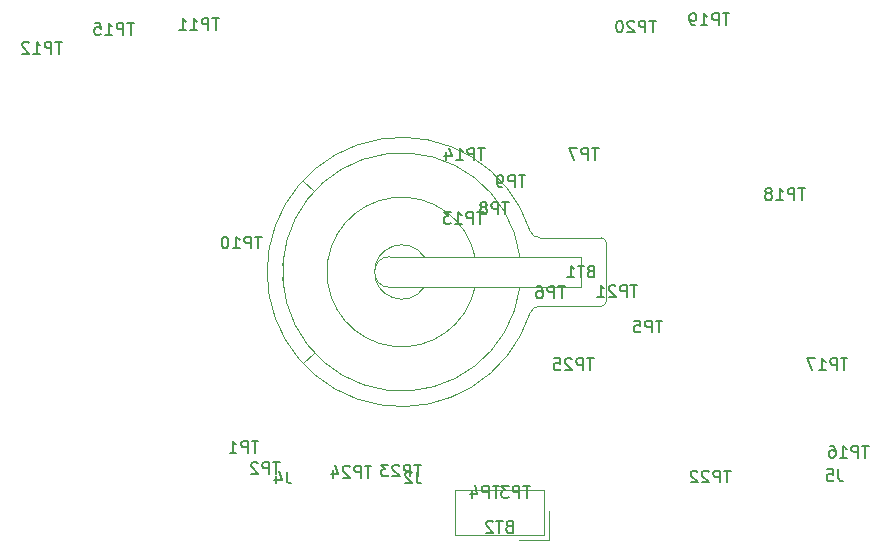
<source format=gbr>
G04 #@! TF.GenerationSoftware,KiCad,Pcbnew,7.0.1*
G04 #@! TF.CreationDate,2023-05-18T20:02:15+01:00*
G04 #@! TF.ProjectId,AnthC,416e7468-432e-46b6-9963-61645f706362,rev?*
G04 #@! TF.SameCoordinates,Original*
G04 #@! TF.FileFunction,AssemblyDrawing,Bot*
%FSLAX46Y46*%
G04 Gerber Fmt 4.6, Leading zero omitted, Abs format (unit mm)*
G04 Created by KiCad (PCBNEW 7.0.1) date 2023-05-18 20:02:15*
%MOMM*%
%LPD*%
G01*
G04 APERTURE LIST*
%ADD10C,0.150000*%
%ADD11C,0.100000*%
G04 APERTURE END LIST*
D10*
X241185714Y-128338809D02*
X241042857Y-128386428D01*
X241042857Y-128386428D02*
X240995238Y-128434047D01*
X240995238Y-128434047D02*
X240947619Y-128529285D01*
X240947619Y-128529285D02*
X240947619Y-128672142D01*
X240947619Y-128672142D02*
X240995238Y-128767380D01*
X240995238Y-128767380D02*
X241042857Y-128815000D01*
X241042857Y-128815000D02*
X241138095Y-128862619D01*
X241138095Y-128862619D02*
X241519047Y-128862619D01*
X241519047Y-128862619D02*
X241519047Y-127862619D01*
X241519047Y-127862619D02*
X241185714Y-127862619D01*
X241185714Y-127862619D02*
X241090476Y-127910238D01*
X241090476Y-127910238D02*
X241042857Y-127957857D01*
X241042857Y-127957857D02*
X240995238Y-128053095D01*
X240995238Y-128053095D02*
X240995238Y-128148333D01*
X240995238Y-128148333D02*
X241042857Y-128243571D01*
X241042857Y-128243571D02*
X241090476Y-128291190D01*
X241090476Y-128291190D02*
X241185714Y-128338809D01*
X241185714Y-128338809D02*
X241519047Y-128338809D01*
X240661904Y-127862619D02*
X240090476Y-127862619D01*
X240376190Y-128862619D02*
X240376190Y-127862619D01*
X239233333Y-128862619D02*
X239804761Y-128862619D01*
X239519047Y-128862619D02*
X239519047Y-127862619D01*
X239519047Y-127862619D02*
X239614285Y-128005476D01*
X239614285Y-128005476D02*
X239709523Y-128100714D01*
X239709523Y-128100714D02*
X239804761Y-128148333D01*
X234285714Y-149938809D02*
X234142857Y-149986428D01*
X234142857Y-149986428D02*
X234095238Y-150034047D01*
X234095238Y-150034047D02*
X234047619Y-150129285D01*
X234047619Y-150129285D02*
X234047619Y-150272142D01*
X234047619Y-150272142D02*
X234095238Y-150367380D01*
X234095238Y-150367380D02*
X234142857Y-150415000D01*
X234142857Y-150415000D02*
X234238095Y-150462619D01*
X234238095Y-150462619D02*
X234619047Y-150462619D01*
X234619047Y-150462619D02*
X234619047Y-149462619D01*
X234619047Y-149462619D02*
X234285714Y-149462619D01*
X234285714Y-149462619D02*
X234190476Y-149510238D01*
X234190476Y-149510238D02*
X234142857Y-149557857D01*
X234142857Y-149557857D02*
X234095238Y-149653095D01*
X234095238Y-149653095D02*
X234095238Y-149748333D01*
X234095238Y-149748333D02*
X234142857Y-149843571D01*
X234142857Y-149843571D02*
X234190476Y-149891190D01*
X234190476Y-149891190D02*
X234285714Y-149938809D01*
X234285714Y-149938809D02*
X234619047Y-149938809D01*
X233761904Y-149462619D02*
X233190476Y-149462619D01*
X233476190Y-150462619D02*
X233476190Y-149462619D01*
X232904761Y-149557857D02*
X232857142Y-149510238D01*
X232857142Y-149510238D02*
X232761904Y-149462619D01*
X232761904Y-149462619D02*
X232523809Y-149462619D01*
X232523809Y-149462619D02*
X232428571Y-149510238D01*
X232428571Y-149510238D02*
X232380952Y-149557857D01*
X232380952Y-149557857D02*
X232333333Y-149653095D01*
X232333333Y-149653095D02*
X232333333Y-149748333D01*
X232333333Y-149748333D02*
X232380952Y-149891190D01*
X232380952Y-149891190D02*
X232952380Y-150462619D01*
X232952380Y-150462619D02*
X232333333Y-150462619D01*
X213061904Y-142712619D02*
X212490476Y-142712619D01*
X212776190Y-143712619D02*
X212776190Y-142712619D01*
X212157142Y-143712619D02*
X212157142Y-142712619D01*
X212157142Y-142712619D02*
X211776190Y-142712619D01*
X211776190Y-142712619D02*
X211680952Y-142760238D01*
X211680952Y-142760238D02*
X211633333Y-142807857D01*
X211633333Y-142807857D02*
X211585714Y-142903095D01*
X211585714Y-142903095D02*
X211585714Y-143045952D01*
X211585714Y-143045952D02*
X211633333Y-143141190D01*
X211633333Y-143141190D02*
X211680952Y-143188809D01*
X211680952Y-143188809D02*
X211776190Y-143236428D01*
X211776190Y-143236428D02*
X212157142Y-143236428D01*
X210633333Y-143712619D02*
X211204761Y-143712619D01*
X210919047Y-143712619D02*
X210919047Y-142712619D01*
X210919047Y-142712619D02*
X211014285Y-142855476D01*
X211014285Y-142855476D02*
X211109523Y-142950714D01*
X211109523Y-142950714D02*
X211204761Y-142998333D01*
X236061904Y-146512619D02*
X235490476Y-146512619D01*
X235776190Y-147512619D02*
X235776190Y-146512619D01*
X235157142Y-147512619D02*
X235157142Y-146512619D01*
X235157142Y-146512619D02*
X234776190Y-146512619D01*
X234776190Y-146512619D02*
X234680952Y-146560238D01*
X234680952Y-146560238D02*
X234633333Y-146607857D01*
X234633333Y-146607857D02*
X234585714Y-146703095D01*
X234585714Y-146703095D02*
X234585714Y-146845952D01*
X234585714Y-146845952D02*
X234633333Y-146941190D01*
X234633333Y-146941190D02*
X234680952Y-146988809D01*
X234680952Y-146988809D02*
X234776190Y-147036428D01*
X234776190Y-147036428D02*
X235157142Y-147036428D01*
X234252380Y-146512619D02*
X233633333Y-146512619D01*
X233633333Y-146512619D02*
X233966666Y-146893571D01*
X233966666Y-146893571D02*
X233823809Y-146893571D01*
X233823809Y-146893571D02*
X233728571Y-146941190D01*
X233728571Y-146941190D02*
X233680952Y-146988809D01*
X233680952Y-146988809D02*
X233633333Y-147084047D01*
X233633333Y-147084047D02*
X233633333Y-147322142D01*
X233633333Y-147322142D02*
X233680952Y-147417380D01*
X233680952Y-147417380D02*
X233728571Y-147465000D01*
X233728571Y-147465000D02*
X233823809Y-147512619D01*
X233823809Y-147512619D02*
X234109523Y-147512619D01*
X234109523Y-147512619D02*
X234204761Y-147465000D01*
X234204761Y-147465000D02*
X234252380Y-147417380D01*
X247261904Y-132512619D02*
X246690476Y-132512619D01*
X246976190Y-133512619D02*
X246976190Y-132512619D01*
X246357142Y-133512619D02*
X246357142Y-132512619D01*
X246357142Y-132512619D02*
X245976190Y-132512619D01*
X245976190Y-132512619D02*
X245880952Y-132560238D01*
X245880952Y-132560238D02*
X245833333Y-132607857D01*
X245833333Y-132607857D02*
X245785714Y-132703095D01*
X245785714Y-132703095D02*
X245785714Y-132845952D01*
X245785714Y-132845952D02*
X245833333Y-132941190D01*
X245833333Y-132941190D02*
X245880952Y-132988809D01*
X245880952Y-132988809D02*
X245976190Y-133036428D01*
X245976190Y-133036428D02*
X246357142Y-133036428D01*
X244880952Y-132512619D02*
X245357142Y-132512619D01*
X245357142Y-132512619D02*
X245404761Y-132988809D01*
X245404761Y-132988809D02*
X245357142Y-132941190D01*
X245357142Y-132941190D02*
X245261904Y-132893571D01*
X245261904Y-132893571D02*
X245023809Y-132893571D01*
X245023809Y-132893571D02*
X244928571Y-132941190D01*
X244928571Y-132941190D02*
X244880952Y-132988809D01*
X244880952Y-132988809D02*
X244833333Y-133084047D01*
X244833333Y-133084047D02*
X244833333Y-133322142D01*
X244833333Y-133322142D02*
X244880952Y-133417380D01*
X244880952Y-133417380D02*
X244928571Y-133465000D01*
X244928571Y-133465000D02*
X245023809Y-133512619D01*
X245023809Y-133512619D02*
X245261904Y-133512619D01*
X245261904Y-133512619D02*
X245357142Y-133465000D01*
X245357142Y-133465000D02*
X245404761Y-133417380D01*
X239011904Y-129612619D02*
X238440476Y-129612619D01*
X238726190Y-130612619D02*
X238726190Y-129612619D01*
X238107142Y-130612619D02*
X238107142Y-129612619D01*
X238107142Y-129612619D02*
X237726190Y-129612619D01*
X237726190Y-129612619D02*
X237630952Y-129660238D01*
X237630952Y-129660238D02*
X237583333Y-129707857D01*
X237583333Y-129707857D02*
X237535714Y-129803095D01*
X237535714Y-129803095D02*
X237535714Y-129945952D01*
X237535714Y-129945952D02*
X237583333Y-130041190D01*
X237583333Y-130041190D02*
X237630952Y-130088809D01*
X237630952Y-130088809D02*
X237726190Y-130136428D01*
X237726190Y-130136428D02*
X238107142Y-130136428D01*
X236678571Y-129612619D02*
X236869047Y-129612619D01*
X236869047Y-129612619D02*
X236964285Y-129660238D01*
X236964285Y-129660238D02*
X237011904Y-129707857D01*
X237011904Y-129707857D02*
X237107142Y-129850714D01*
X237107142Y-129850714D02*
X237154761Y-130041190D01*
X237154761Y-130041190D02*
X237154761Y-130422142D01*
X237154761Y-130422142D02*
X237107142Y-130517380D01*
X237107142Y-130517380D02*
X237059523Y-130565000D01*
X237059523Y-130565000D02*
X236964285Y-130612619D01*
X236964285Y-130612619D02*
X236773809Y-130612619D01*
X236773809Y-130612619D02*
X236678571Y-130565000D01*
X236678571Y-130565000D02*
X236630952Y-130517380D01*
X236630952Y-130517380D02*
X236583333Y-130422142D01*
X236583333Y-130422142D02*
X236583333Y-130184047D01*
X236583333Y-130184047D02*
X236630952Y-130088809D01*
X236630952Y-130088809D02*
X236678571Y-130041190D01*
X236678571Y-130041190D02*
X236773809Y-129993571D01*
X236773809Y-129993571D02*
X236964285Y-129993571D01*
X236964285Y-129993571D02*
X237059523Y-130041190D01*
X237059523Y-130041190D02*
X237107142Y-130088809D01*
X237107142Y-130088809D02*
X237154761Y-130184047D01*
X241861904Y-117912619D02*
X241290476Y-117912619D01*
X241576190Y-118912619D02*
X241576190Y-117912619D01*
X240957142Y-118912619D02*
X240957142Y-117912619D01*
X240957142Y-117912619D02*
X240576190Y-117912619D01*
X240576190Y-117912619D02*
X240480952Y-117960238D01*
X240480952Y-117960238D02*
X240433333Y-118007857D01*
X240433333Y-118007857D02*
X240385714Y-118103095D01*
X240385714Y-118103095D02*
X240385714Y-118245952D01*
X240385714Y-118245952D02*
X240433333Y-118341190D01*
X240433333Y-118341190D02*
X240480952Y-118388809D01*
X240480952Y-118388809D02*
X240576190Y-118436428D01*
X240576190Y-118436428D02*
X240957142Y-118436428D01*
X240052380Y-117912619D02*
X239385714Y-117912619D01*
X239385714Y-117912619D02*
X239814285Y-118912619D01*
X234261904Y-122512619D02*
X233690476Y-122512619D01*
X233976190Y-123512619D02*
X233976190Y-122512619D01*
X233357142Y-123512619D02*
X233357142Y-122512619D01*
X233357142Y-122512619D02*
X232976190Y-122512619D01*
X232976190Y-122512619D02*
X232880952Y-122560238D01*
X232880952Y-122560238D02*
X232833333Y-122607857D01*
X232833333Y-122607857D02*
X232785714Y-122703095D01*
X232785714Y-122703095D02*
X232785714Y-122845952D01*
X232785714Y-122845952D02*
X232833333Y-122941190D01*
X232833333Y-122941190D02*
X232880952Y-122988809D01*
X232880952Y-122988809D02*
X232976190Y-123036428D01*
X232976190Y-123036428D02*
X233357142Y-123036428D01*
X232214285Y-122941190D02*
X232309523Y-122893571D01*
X232309523Y-122893571D02*
X232357142Y-122845952D01*
X232357142Y-122845952D02*
X232404761Y-122750714D01*
X232404761Y-122750714D02*
X232404761Y-122703095D01*
X232404761Y-122703095D02*
X232357142Y-122607857D01*
X232357142Y-122607857D02*
X232309523Y-122560238D01*
X232309523Y-122560238D02*
X232214285Y-122512619D01*
X232214285Y-122512619D02*
X232023809Y-122512619D01*
X232023809Y-122512619D02*
X231928571Y-122560238D01*
X231928571Y-122560238D02*
X231880952Y-122607857D01*
X231880952Y-122607857D02*
X231833333Y-122703095D01*
X231833333Y-122703095D02*
X231833333Y-122750714D01*
X231833333Y-122750714D02*
X231880952Y-122845952D01*
X231880952Y-122845952D02*
X231928571Y-122893571D01*
X231928571Y-122893571D02*
X232023809Y-122941190D01*
X232023809Y-122941190D02*
X232214285Y-122941190D01*
X232214285Y-122941190D02*
X232309523Y-122988809D01*
X232309523Y-122988809D02*
X232357142Y-123036428D01*
X232357142Y-123036428D02*
X232404761Y-123131666D01*
X232404761Y-123131666D02*
X232404761Y-123322142D01*
X232404761Y-123322142D02*
X232357142Y-123417380D01*
X232357142Y-123417380D02*
X232309523Y-123465000D01*
X232309523Y-123465000D02*
X232214285Y-123512619D01*
X232214285Y-123512619D02*
X232023809Y-123512619D01*
X232023809Y-123512619D02*
X231928571Y-123465000D01*
X231928571Y-123465000D02*
X231880952Y-123417380D01*
X231880952Y-123417380D02*
X231833333Y-123322142D01*
X231833333Y-123322142D02*
X231833333Y-123131666D01*
X231833333Y-123131666D02*
X231880952Y-123036428D01*
X231880952Y-123036428D02*
X231928571Y-122988809D01*
X231928571Y-122988809D02*
X232023809Y-122941190D01*
X235661904Y-120212619D02*
X235090476Y-120212619D01*
X235376190Y-121212619D02*
X235376190Y-120212619D01*
X234757142Y-121212619D02*
X234757142Y-120212619D01*
X234757142Y-120212619D02*
X234376190Y-120212619D01*
X234376190Y-120212619D02*
X234280952Y-120260238D01*
X234280952Y-120260238D02*
X234233333Y-120307857D01*
X234233333Y-120307857D02*
X234185714Y-120403095D01*
X234185714Y-120403095D02*
X234185714Y-120545952D01*
X234185714Y-120545952D02*
X234233333Y-120641190D01*
X234233333Y-120641190D02*
X234280952Y-120688809D01*
X234280952Y-120688809D02*
X234376190Y-120736428D01*
X234376190Y-120736428D02*
X234757142Y-120736428D01*
X233709523Y-121212619D02*
X233519047Y-121212619D01*
X233519047Y-121212619D02*
X233423809Y-121165000D01*
X233423809Y-121165000D02*
X233376190Y-121117380D01*
X233376190Y-121117380D02*
X233280952Y-120974523D01*
X233280952Y-120974523D02*
X233233333Y-120784047D01*
X233233333Y-120784047D02*
X233233333Y-120403095D01*
X233233333Y-120403095D02*
X233280952Y-120307857D01*
X233280952Y-120307857D02*
X233328571Y-120260238D01*
X233328571Y-120260238D02*
X233423809Y-120212619D01*
X233423809Y-120212619D02*
X233614285Y-120212619D01*
X233614285Y-120212619D02*
X233709523Y-120260238D01*
X233709523Y-120260238D02*
X233757142Y-120307857D01*
X233757142Y-120307857D02*
X233804761Y-120403095D01*
X233804761Y-120403095D02*
X233804761Y-120641190D01*
X233804761Y-120641190D02*
X233757142Y-120736428D01*
X233757142Y-120736428D02*
X233709523Y-120784047D01*
X233709523Y-120784047D02*
X233614285Y-120831666D01*
X233614285Y-120831666D02*
X233423809Y-120831666D01*
X233423809Y-120831666D02*
X233328571Y-120784047D01*
X233328571Y-120784047D02*
X233280952Y-120736428D01*
X233280952Y-120736428D02*
X233233333Y-120641190D01*
X209738094Y-106912619D02*
X209166666Y-106912619D01*
X209452380Y-107912619D02*
X209452380Y-106912619D01*
X208833332Y-107912619D02*
X208833332Y-106912619D01*
X208833332Y-106912619D02*
X208452380Y-106912619D01*
X208452380Y-106912619D02*
X208357142Y-106960238D01*
X208357142Y-106960238D02*
X208309523Y-107007857D01*
X208309523Y-107007857D02*
X208261904Y-107103095D01*
X208261904Y-107103095D02*
X208261904Y-107245952D01*
X208261904Y-107245952D02*
X208309523Y-107341190D01*
X208309523Y-107341190D02*
X208357142Y-107388809D01*
X208357142Y-107388809D02*
X208452380Y-107436428D01*
X208452380Y-107436428D02*
X208833332Y-107436428D01*
X207309523Y-107912619D02*
X207880951Y-107912619D01*
X207595237Y-107912619D02*
X207595237Y-106912619D01*
X207595237Y-106912619D02*
X207690475Y-107055476D01*
X207690475Y-107055476D02*
X207785713Y-107150714D01*
X207785713Y-107150714D02*
X207880951Y-107198333D01*
X206357142Y-107912619D02*
X206928570Y-107912619D01*
X206642856Y-107912619D02*
X206642856Y-106912619D01*
X206642856Y-106912619D02*
X206738094Y-107055476D01*
X206738094Y-107055476D02*
X206833332Y-107150714D01*
X206833332Y-107150714D02*
X206928570Y-107198333D01*
X196438094Y-108912619D02*
X195866666Y-108912619D01*
X196152380Y-109912619D02*
X196152380Y-108912619D01*
X195533332Y-109912619D02*
X195533332Y-108912619D01*
X195533332Y-108912619D02*
X195152380Y-108912619D01*
X195152380Y-108912619D02*
X195057142Y-108960238D01*
X195057142Y-108960238D02*
X195009523Y-109007857D01*
X195009523Y-109007857D02*
X194961904Y-109103095D01*
X194961904Y-109103095D02*
X194961904Y-109245952D01*
X194961904Y-109245952D02*
X195009523Y-109341190D01*
X195009523Y-109341190D02*
X195057142Y-109388809D01*
X195057142Y-109388809D02*
X195152380Y-109436428D01*
X195152380Y-109436428D02*
X195533332Y-109436428D01*
X194009523Y-109912619D02*
X194580951Y-109912619D01*
X194295237Y-109912619D02*
X194295237Y-108912619D01*
X194295237Y-108912619D02*
X194390475Y-109055476D01*
X194390475Y-109055476D02*
X194485713Y-109150714D01*
X194485713Y-109150714D02*
X194580951Y-109198333D01*
X193628570Y-109007857D02*
X193580951Y-108960238D01*
X193580951Y-108960238D02*
X193485713Y-108912619D01*
X193485713Y-108912619D02*
X193247618Y-108912619D01*
X193247618Y-108912619D02*
X193152380Y-108960238D01*
X193152380Y-108960238D02*
X193104761Y-109007857D01*
X193104761Y-109007857D02*
X193057142Y-109103095D01*
X193057142Y-109103095D02*
X193057142Y-109198333D01*
X193057142Y-109198333D02*
X193104761Y-109341190D01*
X193104761Y-109341190D02*
X193676189Y-109912619D01*
X193676189Y-109912619D02*
X193057142Y-109912619D01*
X232238094Y-117912619D02*
X231666666Y-117912619D01*
X231952380Y-118912619D02*
X231952380Y-117912619D01*
X231333332Y-118912619D02*
X231333332Y-117912619D01*
X231333332Y-117912619D02*
X230952380Y-117912619D01*
X230952380Y-117912619D02*
X230857142Y-117960238D01*
X230857142Y-117960238D02*
X230809523Y-118007857D01*
X230809523Y-118007857D02*
X230761904Y-118103095D01*
X230761904Y-118103095D02*
X230761904Y-118245952D01*
X230761904Y-118245952D02*
X230809523Y-118341190D01*
X230809523Y-118341190D02*
X230857142Y-118388809D01*
X230857142Y-118388809D02*
X230952380Y-118436428D01*
X230952380Y-118436428D02*
X231333332Y-118436428D01*
X229809523Y-118912619D02*
X230380951Y-118912619D01*
X230095237Y-118912619D02*
X230095237Y-117912619D01*
X230095237Y-117912619D02*
X230190475Y-118055476D01*
X230190475Y-118055476D02*
X230285713Y-118150714D01*
X230285713Y-118150714D02*
X230380951Y-118198333D01*
X228952380Y-118245952D02*
X228952380Y-118912619D01*
X229190475Y-117865000D02*
X229428570Y-118579285D01*
X229428570Y-118579285D02*
X228809523Y-118579285D01*
X202538094Y-107312619D02*
X201966666Y-107312619D01*
X202252380Y-108312619D02*
X202252380Y-107312619D01*
X201633332Y-108312619D02*
X201633332Y-107312619D01*
X201633332Y-107312619D02*
X201252380Y-107312619D01*
X201252380Y-107312619D02*
X201157142Y-107360238D01*
X201157142Y-107360238D02*
X201109523Y-107407857D01*
X201109523Y-107407857D02*
X201061904Y-107503095D01*
X201061904Y-107503095D02*
X201061904Y-107645952D01*
X201061904Y-107645952D02*
X201109523Y-107741190D01*
X201109523Y-107741190D02*
X201157142Y-107788809D01*
X201157142Y-107788809D02*
X201252380Y-107836428D01*
X201252380Y-107836428D02*
X201633332Y-107836428D01*
X200109523Y-108312619D02*
X200680951Y-108312619D01*
X200395237Y-108312619D02*
X200395237Y-107312619D01*
X200395237Y-107312619D02*
X200490475Y-107455476D01*
X200490475Y-107455476D02*
X200585713Y-107550714D01*
X200585713Y-107550714D02*
X200680951Y-107598333D01*
X199204761Y-107312619D02*
X199680951Y-107312619D01*
X199680951Y-107312619D02*
X199728570Y-107788809D01*
X199728570Y-107788809D02*
X199680951Y-107741190D01*
X199680951Y-107741190D02*
X199585713Y-107693571D01*
X199585713Y-107693571D02*
X199347618Y-107693571D01*
X199347618Y-107693571D02*
X199252380Y-107741190D01*
X199252380Y-107741190D02*
X199204761Y-107788809D01*
X199204761Y-107788809D02*
X199157142Y-107884047D01*
X199157142Y-107884047D02*
X199157142Y-108122142D01*
X199157142Y-108122142D02*
X199204761Y-108217380D01*
X199204761Y-108217380D02*
X199252380Y-108265000D01*
X199252380Y-108265000D02*
X199347618Y-108312619D01*
X199347618Y-108312619D02*
X199585713Y-108312619D01*
X199585713Y-108312619D02*
X199680951Y-108265000D01*
X199680951Y-108265000D02*
X199728570Y-108217380D01*
X264738094Y-143112619D02*
X264166666Y-143112619D01*
X264452380Y-144112619D02*
X264452380Y-143112619D01*
X263833332Y-144112619D02*
X263833332Y-143112619D01*
X263833332Y-143112619D02*
X263452380Y-143112619D01*
X263452380Y-143112619D02*
X263357142Y-143160238D01*
X263357142Y-143160238D02*
X263309523Y-143207857D01*
X263309523Y-143207857D02*
X263261904Y-143303095D01*
X263261904Y-143303095D02*
X263261904Y-143445952D01*
X263261904Y-143445952D02*
X263309523Y-143541190D01*
X263309523Y-143541190D02*
X263357142Y-143588809D01*
X263357142Y-143588809D02*
X263452380Y-143636428D01*
X263452380Y-143636428D02*
X263833332Y-143636428D01*
X262309523Y-144112619D02*
X262880951Y-144112619D01*
X262595237Y-144112619D02*
X262595237Y-143112619D01*
X262595237Y-143112619D02*
X262690475Y-143255476D01*
X262690475Y-143255476D02*
X262785713Y-143350714D01*
X262785713Y-143350714D02*
X262880951Y-143398333D01*
X261452380Y-143112619D02*
X261642856Y-143112619D01*
X261642856Y-143112619D02*
X261738094Y-143160238D01*
X261738094Y-143160238D02*
X261785713Y-143207857D01*
X261785713Y-143207857D02*
X261880951Y-143350714D01*
X261880951Y-143350714D02*
X261928570Y-143541190D01*
X261928570Y-143541190D02*
X261928570Y-143922142D01*
X261928570Y-143922142D02*
X261880951Y-144017380D01*
X261880951Y-144017380D02*
X261833332Y-144065000D01*
X261833332Y-144065000D02*
X261738094Y-144112619D01*
X261738094Y-144112619D02*
X261547618Y-144112619D01*
X261547618Y-144112619D02*
X261452380Y-144065000D01*
X261452380Y-144065000D02*
X261404761Y-144017380D01*
X261404761Y-144017380D02*
X261357142Y-143922142D01*
X261357142Y-143922142D02*
X261357142Y-143684047D01*
X261357142Y-143684047D02*
X261404761Y-143588809D01*
X261404761Y-143588809D02*
X261452380Y-143541190D01*
X261452380Y-143541190D02*
X261547618Y-143493571D01*
X261547618Y-143493571D02*
X261738094Y-143493571D01*
X261738094Y-143493571D02*
X261833332Y-143541190D01*
X261833332Y-143541190D02*
X261880951Y-143588809D01*
X261880951Y-143588809D02*
X261928570Y-143684047D01*
X259338094Y-121312619D02*
X258766666Y-121312619D01*
X259052380Y-122312619D02*
X259052380Y-121312619D01*
X258433332Y-122312619D02*
X258433332Y-121312619D01*
X258433332Y-121312619D02*
X258052380Y-121312619D01*
X258052380Y-121312619D02*
X257957142Y-121360238D01*
X257957142Y-121360238D02*
X257909523Y-121407857D01*
X257909523Y-121407857D02*
X257861904Y-121503095D01*
X257861904Y-121503095D02*
X257861904Y-121645952D01*
X257861904Y-121645952D02*
X257909523Y-121741190D01*
X257909523Y-121741190D02*
X257957142Y-121788809D01*
X257957142Y-121788809D02*
X258052380Y-121836428D01*
X258052380Y-121836428D02*
X258433332Y-121836428D01*
X256909523Y-122312619D02*
X257480951Y-122312619D01*
X257195237Y-122312619D02*
X257195237Y-121312619D01*
X257195237Y-121312619D02*
X257290475Y-121455476D01*
X257290475Y-121455476D02*
X257385713Y-121550714D01*
X257385713Y-121550714D02*
X257480951Y-121598333D01*
X256338094Y-121741190D02*
X256433332Y-121693571D01*
X256433332Y-121693571D02*
X256480951Y-121645952D01*
X256480951Y-121645952D02*
X256528570Y-121550714D01*
X256528570Y-121550714D02*
X256528570Y-121503095D01*
X256528570Y-121503095D02*
X256480951Y-121407857D01*
X256480951Y-121407857D02*
X256433332Y-121360238D01*
X256433332Y-121360238D02*
X256338094Y-121312619D01*
X256338094Y-121312619D02*
X256147618Y-121312619D01*
X256147618Y-121312619D02*
X256052380Y-121360238D01*
X256052380Y-121360238D02*
X256004761Y-121407857D01*
X256004761Y-121407857D02*
X255957142Y-121503095D01*
X255957142Y-121503095D02*
X255957142Y-121550714D01*
X255957142Y-121550714D02*
X256004761Y-121645952D01*
X256004761Y-121645952D02*
X256052380Y-121693571D01*
X256052380Y-121693571D02*
X256147618Y-121741190D01*
X256147618Y-121741190D02*
X256338094Y-121741190D01*
X256338094Y-121741190D02*
X256433332Y-121788809D01*
X256433332Y-121788809D02*
X256480951Y-121836428D01*
X256480951Y-121836428D02*
X256528570Y-121931666D01*
X256528570Y-121931666D02*
X256528570Y-122122142D01*
X256528570Y-122122142D02*
X256480951Y-122217380D01*
X256480951Y-122217380D02*
X256433332Y-122265000D01*
X256433332Y-122265000D02*
X256338094Y-122312619D01*
X256338094Y-122312619D02*
X256147618Y-122312619D01*
X256147618Y-122312619D02*
X256052380Y-122265000D01*
X256052380Y-122265000D02*
X256004761Y-122217380D01*
X256004761Y-122217380D02*
X255957142Y-122122142D01*
X255957142Y-122122142D02*
X255957142Y-121931666D01*
X255957142Y-121931666D02*
X256004761Y-121836428D01*
X256004761Y-121836428D02*
X256052380Y-121788809D01*
X256052380Y-121788809D02*
X256147618Y-121741190D01*
X252938094Y-106512619D02*
X252366666Y-106512619D01*
X252652380Y-107512619D02*
X252652380Y-106512619D01*
X252033332Y-107512619D02*
X252033332Y-106512619D01*
X252033332Y-106512619D02*
X251652380Y-106512619D01*
X251652380Y-106512619D02*
X251557142Y-106560238D01*
X251557142Y-106560238D02*
X251509523Y-106607857D01*
X251509523Y-106607857D02*
X251461904Y-106703095D01*
X251461904Y-106703095D02*
X251461904Y-106845952D01*
X251461904Y-106845952D02*
X251509523Y-106941190D01*
X251509523Y-106941190D02*
X251557142Y-106988809D01*
X251557142Y-106988809D02*
X251652380Y-107036428D01*
X251652380Y-107036428D02*
X252033332Y-107036428D01*
X250509523Y-107512619D02*
X251080951Y-107512619D01*
X250795237Y-107512619D02*
X250795237Y-106512619D01*
X250795237Y-106512619D02*
X250890475Y-106655476D01*
X250890475Y-106655476D02*
X250985713Y-106750714D01*
X250985713Y-106750714D02*
X251080951Y-106798333D01*
X250033332Y-107512619D02*
X249842856Y-107512619D01*
X249842856Y-107512619D02*
X249747618Y-107465000D01*
X249747618Y-107465000D02*
X249699999Y-107417380D01*
X249699999Y-107417380D02*
X249604761Y-107274523D01*
X249604761Y-107274523D02*
X249557142Y-107084047D01*
X249557142Y-107084047D02*
X249557142Y-106703095D01*
X249557142Y-106703095D02*
X249604761Y-106607857D01*
X249604761Y-106607857D02*
X249652380Y-106560238D01*
X249652380Y-106560238D02*
X249747618Y-106512619D01*
X249747618Y-106512619D02*
X249938094Y-106512619D01*
X249938094Y-106512619D02*
X250033332Y-106560238D01*
X250033332Y-106560238D02*
X250080951Y-106607857D01*
X250080951Y-106607857D02*
X250128570Y-106703095D01*
X250128570Y-106703095D02*
X250128570Y-106941190D01*
X250128570Y-106941190D02*
X250080951Y-107036428D01*
X250080951Y-107036428D02*
X250033332Y-107084047D01*
X250033332Y-107084047D02*
X249938094Y-107131666D01*
X249938094Y-107131666D02*
X249747618Y-107131666D01*
X249747618Y-107131666D02*
X249652380Y-107084047D01*
X249652380Y-107084047D02*
X249604761Y-107036428D01*
X249604761Y-107036428D02*
X249557142Y-106941190D01*
X246738094Y-107112619D02*
X246166666Y-107112619D01*
X246452380Y-108112619D02*
X246452380Y-107112619D01*
X245833332Y-108112619D02*
X245833332Y-107112619D01*
X245833332Y-107112619D02*
X245452380Y-107112619D01*
X245452380Y-107112619D02*
X245357142Y-107160238D01*
X245357142Y-107160238D02*
X245309523Y-107207857D01*
X245309523Y-107207857D02*
X245261904Y-107303095D01*
X245261904Y-107303095D02*
X245261904Y-107445952D01*
X245261904Y-107445952D02*
X245309523Y-107541190D01*
X245309523Y-107541190D02*
X245357142Y-107588809D01*
X245357142Y-107588809D02*
X245452380Y-107636428D01*
X245452380Y-107636428D02*
X245833332Y-107636428D01*
X244880951Y-107207857D02*
X244833332Y-107160238D01*
X244833332Y-107160238D02*
X244738094Y-107112619D01*
X244738094Y-107112619D02*
X244499999Y-107112619D01*
X244499999Y-107112619D02*
X244404761Y-107160238D01*
X244404761Y-107160238D02*
X244357142Y-107207857D01*
X244357142Y-107207857D02*
X244309523Y-107303095D01*
X244309523Y-107303095D02*
X244309523Y-107398333D01*
X244309523Y-107398333D02*
X244357142Y-107541190D01*
X244357142Y-107541190D02*
X244928570Y-108112619D01*
X244928570Y-108112619D02*
X244309523Y-108112619D01*
X243690475Y-107112619D02*
X243595237Y-107112619D01*
X243595237Y-107112619D02*
X243499999Y-107160238D01*
X243499999Y-107160238D02*
X243452380Y-107207857D01*
X243452380Y-107207857D02*
X243404761Y-107303095D01*
X243404761Y-107303095D02*
X243357142Y-107493571D01*
X243357142Y-107493571D02*
X243357142Y-107731666D01*
X243357142Y-107731666D02*
X243404761Y-107922142D01*
X243404761Y-107922142D02*
X243452380Y-108017380D01*
X243452380Y-108017380D02*
X243499999Y-108065000D01*
X243499999Y-108065000D02*
X243595237Y-108112619D01*
X243595237Y-108112619D02*
X243690475Y-108112619D01*
X243690475Y-108112619D02*
X243785713Y-108065000D01*
X243785713Y-108065000D02*
X243833332Y-108017380D01*
X243833332Y-108017380D02*
X243880951Y-107922142D01*
X243880951Y-107922142D02*
X243928570Y-107731666D01*
X243928570Y-107731666D02*
X243928570Y-107493571D01*
X243928570Y-107493571D02*
X243880951Y-107303095D01*
X243880951Y-107303095D02*
X243833332Y-107207857D01*
X243833332Y-107207857D02*
X243785713Y-107160238D01*
X243785713Y-107160238D02*
X243690475Y-107112619D01*
X245138094Y-129512619D02*
X244566666Y-129512619D01*
X244852380Y-130512619D02*
X244852380Y-129512619D01*
X244233332Y-130512619D02*
X244233332Y-129512619D01*
X244233332Y-129512619D02*
X243852380Y-129512619D01*
X243852380Y-129512619D02*
X243757142Y-129560238D01*
X243757142Y-129560238D02*
X243709523Y-129607857D01*
X243709523Y-129607857D02*
X243661904Y-129703095D01*
X243661904Y-129703095D02*
X243661904Y-129845952D01*
X243661904Y-129845952D02*
X243709523Y-129941190D01*
X243709523Y-129941190D02*
X243757142Y-129988809D01*
X243757142Y-129988809D02*
X243852380Y-130036428D01*
X243852380Y-130036428D02*
X244233332Y-130036428D01*
X243280951Y-129607857D02*
X243233332Y-129560238D01*
X243233332Y-129560238D02*
X243138094Y-129512619D01*
X243138094Y-129512619D02*
X242899999Y-129512619D01*
X242899999Y-129512619D02*
X242804761Y-129560238D01*
X242804761Y-129560238D02*
X242757142Y-129607857D01*
X242757142Y-129607857D02*
X242709523Y-129703095D01*
X242709523Y-129703095D02*
X242709523Y-129798333D01*
X242709523Y-129798333D02*
X242757142Y-129941190D01*
X242757142Y-129941190D02*
X243328570Y-130512619D01*
X243328570Y-130512619D02*
X242709523Y-130512619D01*
X241757142Y-130512619D02*
X242328570Y-130512619D01*
X242042856Y-130512619D02*
X242042856Y-129512619D01*
X242042856Y-129512619D02*
X242138094Y-129655476D01*
X242138094Y-129655476D02*
X242233332Y-129750714D01*
X242233332Y-129750714D02*
X242328570Y-129798333D01*
X262938094Y-135712619D02*
X262366666Y-135712619D01*
X262652380Y-136712619D02*
X262652380Y-135712619D01*
X262033332Y-136712619D02*
X262033332Y-135712619D01*
X262033332Y-135712619D02*
X261652380Y-135712619D01*
X261652380Y-135712619D02*
X261557142Y-135760238D01*
X261557142Y-135760238D02*
X261509523Y-135807857D01*
X261509523Y-135807857D02*
X261461904Y-135903095D01*
X261461904Y-135903095D02*
X261461904Y-136045952D01*
X261461904Y-136045952D02*
X261509523Y-136141190D01*
X261509523Y-136141190D02*
X261557142Y-136188809D01*
X261557142Y-136188809D02*
X261652380Y-136236428D01*
X261652380Y-136236428D02*
X262033332Y-136236428D01*
X260509523Y-136712619D02*
X261080951Y-136712619D01*
X260795237Y-136712619D02*
X260795237Y-135712619D01*
X260795237Y-135712619D02*
X260890475Y-135855476D01*
X260890475Y-135855476D02*
X260985713Y-135950714D01*
X260985713Y-135950714D02*
X261080951Y-135998333D01*
X260176189Y-135712619D02*
X259509523Y-135712619D01*
X259509523Y-135712619D02*
X259938094Y-136712619D01*
X232138094Y-123312619D02*
X231566666Y-123312619D01*
X231852380Y-124312619D02*
X231852380Y-123312619D01*
X231233332Y-124312619D02*
X231233332Y-123312619D01*
X231233332Y-123312619D02*
X230852380Y-123312619D01*
X230852380Y-123312619D02*
X230757142Y-123360238D01*
X230757142Y-123360238D02*
X230709523Y-123407857D01*
X230709523Y-123407857D02*
X230661904Y-123503095D01*
X230661904Y-123503095D02*
X230661904Y-123645952D01*
X230661904Y-123645952D02*
X230709523Y-123741190D01*
X230709523Y-123741190D02*
X230757142Y-123788809D01*
X230757142Y-123788809D02*
X230852380Y-123836428D01*
X230852380Y-123836428D02*
X231233332Y-123836428D01*
X229709523Y-124312619D02*
X230280951Y-124312619D01*
X229995237Y-124312619D02*
X229995237Y-123312619D01*
X229995237Y-123312619D02*
X230090475Y-123455476D01*
X230090475Y-123455476D02*
X230185713Y-123550714D01*
X230185713Y-123550714D02*
X230280951Y-123598333D01*
X229376189Y-123312619D02*
X228757142Y-123312619D01*
X228757142Y-123312619D02*
X229090475Y-123693571D01*
X229090475Y-123693571D02*
X228947618Y-123693571D01*
X228947618Y-123693571D02*
X228852380Y-123741190D01*
X228852380Y-123741190D02*
X228804761Y-123788809D01*
X228804761Y-123788809D02*
X228757142Y-123884047D01*
X228757142Y-123884047D02*
X228757142Y-124122142D01*
X228757142Y-124122142D02*
X228804761Y-124217380D01*
X228804761Y-124217380D02*
X228852380Y-124265000D01*
X228852380Y-124265000D02*
X228947618Y-124312619D01*
X228947618Y-124312619D02*
X229233332Y-124312619D01*
X229233332Y-124312619D02*
X229328570Y-124265000D01*
X229328570Y-124265000D02*
X229376189Y-124217380D01*
X214861904Y-144512619D02*
X214290476Y-144512619D01*
X214576190Y-145512619D02*
X214576190Y-144512619D01*
X213957142Y-145512619D02*
X213957142Y-144512619D01*
X213957142Y-144512619D02*
X213576190Y-144512619D01*
X213576190Y-144512619D02*
X213480952Y-144560238D01*
X213480952Y-144560238D02*
X213433333Y-144607857D01*
X213433333Y-144607857D02*
X213385714Y-144703095D01*
X213385714Y-144703095D02*
X213385714Y-144845952D01*
X213385714Y-144845952D02*
X213433333Y-144941190D01*
X213433333Y-144941190D02*
X213480952Y-144988809D01*
X213480952Y-144988809D02*
X213576190Y-145036428D01*
X213576190Y-145036428D02*
X213957142Y-145036428D01*
X213004761Y-144607857D02*
X212957142Y-144560238D01*
X212957142Y-144560238D02*
X212861904Y-144512619D01*
X212861904Y-144512619D02*
X212623809Y-144512619D01*
X212623809Y-144512619D02*
X212528571Y-144560238D01*
X212528571Y-144560238D02*
X212480952Y-144607857D01*
X212480952Y-144607857D02*
X212433333Y-144703095D01*
X212433333Y-144703095D02*
X212433333Y-144798333D01*
X212433333Y-144798333D02*
X212480952Y-144941190D01*
X212480952Y-144941190D02*
X213052380Y-145512619D01*
X213052380Y-145512619D02*
X212433333Y-145512619D01*
X213338094Y-125412619D02*
X212766666Y-125412619D01*
X213052380Y-126412619D02*
X213052380Y-125412619D01*
X212433332Y-126412619D02*
X212433332Y-125412619D01*
X212433332Y-125412619D02*
X212052380Y-125412619D01*
X212052380Y-125412619D02*
X211957142Y-125460238D01*
X211957142Y-125460238D02*
X211909523Y-125507857D01*
X211909523Y-125507857D02*
X211861904Y-125603095D01*
X211861904Y-125603095D02*
X211861904Y-125745952D01*
X211861904Y-125745952D02*
X211909523Y-125841190D01*
X211909523Y-125841190D02*
X211957142Y-125888809D01*
X211957142Y-125888809D02*
X212052380Y-125936428D01*
X212052380Y-125936428D02*
X212433332Y-125936428D01*
X210909523Y-126412619D02*
X211480951Y-126412619D01*
X211195237Y-126412619D02*
X211195237Y-125412619D01*
X211195237Y-125412619D02*
X211290475Y-125555476D01*
X211290475Y-125555476D02*
X211385713Y-125650714D01*
X211385713Y-125650714D02*
X211480951Y-125698333D01*
X210290475Y-125412619D02*
X210195237Y-125412619D01*
X210195237Y-125412619D02*
X210099999Y-125460238D01*
X210099999Y-125460238D02*
X210052380Y-125507857D01*
X210052380Y-125507857D02*
X210004761Y-125603095D01*
X210004761Y-125603095D02*
X209957142Y-125793571D01*
X209957142Y-125793571D02*
X209957142Y-126031666D01*
X209957142Y-126031666D02*
X210004761Y-126222142D01*
X210004761Y-126222142D02*
X210052380Y-126317380D01*
X210052380Y-126317380D02*
X210099999Y-126365000D01*
X210099999Y-126365000D02*
X210195237Y-126412619D01*
X210195237Y-126412619D02*
X210290475Y-126412619D01*
X210290475Y-126412619D02*
X210385713Y-126365000D01*
X210385713Y-126365000D02*
X210433332Y-126317380D01*
X210433332Y-126317380D02*
X210480951Y-126222142D01*
X210480951Y-126222142D02*
X210528570Y-126031666D01*
X210528570Y-126031666D02*
X210528570Y-125793571D01*
X210528570Y-125793571D02*
X210480951Y-125603095D01*
X210480951Y-125603095D02*
X210433332Y-125507857D01*
X210433332Y-125507857D02*
X210385713Y-125460238D01*
X210385713Y-125460238D02*
X210290475Y-125412619D01*
X262174333Y-145105619D02*
X262174333Y-145819904D01*
X262174333Y-145819904D02*
X262221952Y-145962761D01*
X262221952Y-145962761D02*
X262317190Y-146058000D01*
X262317190Y-146058000D02*
X262460047Y-146105619D01*
X262460047Y-146105619D02*
X262555285Y-146105619D01*
X261221952Y-145105619D02*
X261698142Y-145105619D01*
X261698142Y-145105619D02*
X261745761Y-145581809D01*
X261745761Y-145581809D02*
X261698142Y-145534190D01*
X261698142Y-145534190D02*
X261602904Y-145486571D01*
X261602904Y-145486571D02*
X261364809Y-145486571D01*
X261364809Y-145486571D02*
X261269571Y-145534190D01*
X261269571Y-145534190D02*
X261221952Y-145581809D01*
X261221952Y-145581809D02*
X261174333Y-145677047D01*
X261174333Y-145677047D02*
X261174333Y-145915142D01*
X261174333Y-145915142D02*
X261221952Y-146010380D01*
X261221952Y-146010380D02*
X261269571Y-146058000D01*
X261269571Y-146058000D02*
X261364809Y-146105619D01*
X261364809Y-146105619D02*
X261602904Y-146105619D01*
X261602904Y-146105619D02*
X261698142Y-146058000D01*
X261698142Y-146058000D02*
X261745761Y-146010380D01*
X253038094Y-145212619D02*
X252466666Y-145212619D01*
X252752380Y-146212619D02*
X252752380Y-145212619D01*
X252133332Y-146212619D02*
X252133332Y-145212619D01*
X252133332Y-145212619D02*
X251752380Y-145212619D01*
X251752380Y-145212619D02*
X251657142Y-145260238D01*
X251657142Y-145260238D02*
X251609523Y-145307857D01*
X251609523Y-145307857D02*
X251561904Y-145403095D01*
X251561904Y-145403095D02*
X251561904Y-145545952D01*
X251561904Y-145545952D02*
X251609523Y-145641190D01*
X251609523Y-145641190D02*
X251657142Y-145688809D01*
X251657142Y-145688809D02*
X251752380Y-145736428D01*
X251752380Y-145736428D02*
X252133332Y-145736428D01*
X251180951Y-145307857D02*
X251133332Y-145260238D01*
X251133332Y-145260238D02*
X251038094Y-145212619D01*
X251038094Y-145212619D02*
X250799999Y-145212619D01*
X250799999Y-145212619D02*
X250704761Y-145260238D01*
X250704761Y-145260238D02*
X250657142Y-145307857D01*
X250657142Y-145307857D02*
X250609523Y-145403095D01*
X250609523Y-145403095D02*
X250609523Y-145498333D01*
X250609523Y-145498333D02*
X250657142Y-145641190D01*
X250657142Y-145641190D02*
X251228570Y-146212619D01*
X251228570Y-146212619D02*
X250609523Y-146212619D01*
X250228570Y-145307857D02*
X250180951Y-145260238D01*
X250180951Y-145260238D02*
X250085713Y-145212619D01*
X250085713Y-145212619D02*
X249847618Y-145212619D01*
X249847618Y-145212619D02*
X249752380Y-145260238D01*
X249752380Y-145260238D02*
X249704761Y-145307857D01*
X249704761Y-145307857D02*
X249657142Y-145403095D01*
X249657142Y-145403095D02*
X249657142Y-145498333D01*
X249657142Y-145498333D02*
X249704761Y-145641190D01*
X249704761Y-145641190D02*
X250276189Y-146212619D01*
X250276189Y-146212619D02*
X249657142Y-146212619D01*
X233461904Y-146512619D02*
X232890476Y-146512619D01*
X233176190Y-147512619D02*
X233176190Y-146512619D01*
X232557142Y-147512619D02*
X232557142Y-146512619D01*
X232557142Y-146512619D02*
X232176190Y-146512619D01*
X232176190Y-146512619D02*
X232080952Y-146560238D01*
X232080952Y-146560238D02*
X232033333Y-146607857D01*
X232033333Y-146607857D02*
X231985714Y-146703095D01*
X231985714Y-146703095D02*
X231985714Y-146845952D01*
X231985714Y-146845952D02*
X232033333Y-146941190D01*
X232033333Y-146941190D02*
X232080952Y-146988809D01*
X232080952Y-146988809D02*
X232176190Y-147036428D01*
X232176190Y-147036428D02*
X232557142Y-147036428D01*
X231128571Y-146845952D02*
X231128571Y-147512619D01*
X231366666Y-146465000D02*
X231604761Y-147179285D01*
X231604761Y-147179285D02*
X230985714Y-147179285D01*
X226838094Y-144712619D02*
X226266666Y-144712619D01*
X226552380Y-145712619D02*
X226552380Y-144712619D01*
X225933332Y-145712619D02*
X225933332Y-144712619D01*
X225933332Y-144712619D02*
X225552380Y-144712619D01*
X225552380Y-144712619D02*
X225457142Y-144760238D01*
X225457142Y-144760238D02*
X225409523Y-144807857D01*
X225409523Y-144807857D02*
X225361904Y-144903095D01*
X225361904Y-144903095D02*
X225361904Y-145045952D01*
X225361904Y-145045952D02*
X225409523Y-145141190D01*
X225409523Y-145141190D02*
X225457142Y-145188809D01*
X225457142Y-145188809D02*
X225552380Y-145236428D01*
X225552380Y-145236428D02*
X225933332Y-145236428D01*
X224980951Y-144807857D02*
X224933332Y-144760238D01*
X224933332Y-144760238D02*
X224838094Y-144712619D01*
X224838094Y-144712619D02*
X224599999Y-144712619D01*
X224599999Y-144712619D02*
X224504761Y-144760238D01*
X224504761Y-144760238D02*
X224457142Y-144807857D01*
X224457142Y-144807857D02*
X224409523Y-144903095D01*
X224409523Y-144903095D02*
X224409523Y-144998333D01*
X224409523Y-144998333D02*
X224457142Y-145141190D01*
X224457142Y-145141190D02*
X225028570Y-145712619D01*
X225028570Y-145712619D02*
X224409523Y-145712619D01*
X224076189Y-144712619D02*
X223457142Y-144712619D01*
X223457142Y-144712619D02*
X223790475Y-145093571D01*
X223790475Y-145093571D02*
X223647618Y-145093571D01*
X223647618Y-145093571D02*
X223552380Y-145141190D01*
X223552380Y-145141190D02*
X223504761Y-145188809D01*
X223504761Y-145188809D02*
X223457142Y-145284047D01*
X223457142Y-145284047D02*
X223457142Y-145522142D01*
X223457142Y-145522142D02*
X223504761Y-145617380D01*
X223504761Y-145617380D02*
X223552380Y-145665000D01*
X223552380Y-145665000D02*
X223647618Y-145712619D01*
X223647618Y-145712619D02*
X223933332Y-145712619D01*
X223933332Y-145712619D02*
X224028570Y-145665000D01*
X224028570Y-145665000D02*
X224076189Y-145617380D01*
X222638094Y-144812619D02*
X222066666Y-144812619D01*
X222352380Y-145812619D02*
X222352380Y-144812619D01*
X221733332Y-145812619D02*
X221733332Y-144812619D01*
X221733332Y-144812619D02*
X221352380Y-144812619D01*
X221352380Y-144812619D02*
X221257142Y-144860238D01*
X221257142Y-144860238D02*
X221209523Y-144907857D01*
X221209523Y-144907857D02*
X221161904Y-145003095D01*
X221161904Y-145003095D02*
X221161904Y-145145952D01*
X221161904Y-145145952D02*
X221209523Y-145241190D01*
X221209523Y-145241190D02*
X221257142Y-145288809D01*
X221257142Y-145288809D02*
X221352380Y-145336428D01*
X221352380Y-145336428D02*
X221733332Y-145336428D01*
X220780951Y-144907857D02*
X220733332Y-144860238D01*
X220733332Y-144860238D02*
X220638094Y-144812619D01*
X220638094Y-144812619D02*
X220399999Y-144812619D01*
X220399999Y-144812619D02*
X220304761Y-144860238D01*
X220304761Y-144860238D02*
X220257142Y-144907857D01*
X220257142Y-144907857D02*
X220209523Y-145003095D01*
X220209523Y-145003095D02*
X220209523Y-145098333D01*
X220209523Y-145098333D02*
X220257142Y-145241190D01*
X220257142Y-145241190D02*
X220828570Y-145812619D01*
X220828570Y-145812619D02*
X220209523Y-145812619D01*
X219352380Y-145145952D02*
X219352380Y-145812619D01*
X219590475Y-144765000D02*
X219828570Y-145479285D01*
X219828570Y-145479285D02*
X219209523Y-145479285D01*
X241438094Y-135712619D02*
X240866666Y-135712619D01*
X241152380Y-136712619D02*
X241152380Y-135712619D01*
X240533332Y-136712619D02*
X240533332Y-135712619D01*
X240533332Y-135712619D02*
X240152380Y-135712619D01*
X240152380Y-135712619D02*
X240057142Y-135760238D01*
X240057142Y-135760238D02*
X240009523Y-135807857D01*
X240009523Y-135807857D02*
X239961904Y-135903095D01*
X239961904Y-135903095D02*
X239961904Y-136045952D01*
X239961904Y-136045952D02*
X240009523Y-136141190D01*
X240009523Y-136141190D02*
X240057142Y-136188809D01*
X240057142Y-136188809D02*
X240152380Y-136236428D01*
X240152380Y-136236428D02*
X240533332Y-136236428D01*
X239580951Y-135807857D02*
X239533332Y-135760238D01*
X239533332Y-135760238D02*
X239438094Y-135712619D01*
X239438094Y-135712619D02*
X239199999Y-135712619D01*
X239199999Y-135712619D02*
X239104761Y-135760238D01*
X239104761Y-135760238D02*
X239057142Y-135807857D01*
X239057142Y-135807857D02*
X239009523Y-135903095D01*
X239009523Y-135903095D02*
X239009523Y-135998333D01*
X239009523Y-135998333D02*
X239057142Y-136141190D01*
X239057142Y-136141190D02*
X239628570Y-136712619D01*
X239628570Y-136712619D02*
X239009523Y-136712619D01*
X238104761Y-135712619D02*
X238580951Y-135712619D01*
X238580951Y-135712619D02*
X238628570Y-136188809D01*
X238628570Y-136188809D02*
X238580951Y-136141190D01*
X238580951Y-136141190D02*
X238485713Y-136093571D01*
X238485713Y-136093571D02*
X238247618Y-136093571D01*
X238247618Y-136093571D02*
X238152380Y-136141190D01*
X238152380Y-136141190D02*
X238104761Y-136188809D01*
X238104761Y-136188809D02*
X238057142Y-136284047D01*
X238057142Y-136284047D02*
X238057142Y-136522142D01*
X238057142Y-136522142D02*
X238104761Y-136617380D01*
X238104761Y-136617380D02*
X238152380Y-136665000D01*
X238152380Y-136665000D02*
X238247618Y-136712619D01*
X238247618Y-136712619D02*
X238485713Y-136712619D01*
X238485713Y-136712619D02*
X238580951Y-136665000D01*
X238580951Y-136665000D02*
X238628570Y-136617380D01*
X215474333Y-145305619D02*
X215474333Y-146019904D01*
X215474333Y-146019904D02*
X215521952Y-146162761D01*
X215521952Y-146162761D02*
X215617190Y-146258000D01*
X215617190Y-146258000D02*
X215760047Y-146305619D01*
X215760047Y-146305619D02*
X215855285Y-146305619D01*
X214569571Y-145638952D02*
X214569571Y-146305619D01*
X214807666Y-145258000D02*
X215045761Y-145972285D01*
X215045761Y-145972285D02*
X214426714Y-145972285D01*
X226474333Y-145305619D02*
X226474333Y-146019904D01*
X226474333Y-146019904D02*
X226521952Y-146162761D01*
X226521952Y-146162761D02*
X226617190Y-146258000D01*
X226617190Y-146258000D02*
X226760047Y-146305619D01*
X226760047Y-146305619D02*
X226855285Y-146305619D01*
X226045761Y-145400857D02*
X225998142Y-145353238D01*
X225998142Y-145353238D02*
X225902904Y-145305619D01*
X225902904Y-145305619D02*
X225664809Y-145305619D01*
X225664809Y-145305619D02*
X225569571Y-145353238D01*
X225569571Y-145353238D02*
X225521952Y-145400857D01*
X225521952Y-145400857D02*
X225474333Y-145496095D01*
X225474333Y-145496095D02*
X225474333Y-145591333D01*
X225474333Y-145591333D02*
X225521952Y-145734190D01*
X225521952Y-145734190D02*
X226093380Y-146305619D01*
X226093380Y-146305619D02*
X225474333Y-146305619D01*
D11*
X242500000Y-125900000D02*
X242500000Y-130900000D01*
X242100000Y-131300000D02*
X236869400Y-131300000D01*
X240400000Y-129700000D02*
X224200000Y-129700000D01*
X240400000Y-127100000D02*
X240400000Y-129700000D01*
X236869400Y-125500000D02*
X242100000Y-125500000D01*
X224200000Y-127100000D02*
X240400000Y-127100000D01*
X216828800Y-136121600D02*
X217743200Y-135283400D01*
X216828800Y-120678400D02*
X217768600Y-121542000D01*
X242100000Y-131300000D02*
G75*
G03*
X242500000Y-130900000I1J399999D01*
G01*
X242500000Y-125900000D02*
G75*
G03*
X242100000Y-125500000I-399999J1D01*
G01*
X236054277Y-124907818D02*
G75*
G03*
X236900000Y-125500000I845723J307818D01*
G01*
X236900000Y-131300001D02*
G75*
G03*
X236054278Y-131892182I0J-899999D01*
G01*
X213799701Y-128324649D02*
G75*
G03*
X236050000Y-131900000I11400299J-75351D01*
G01*
X215200001Y-127100000D02*
G75*
G03*
X235199999Y-129700000I9999999J-1300000D01*
G01*
X218868450Y-128196369D02*
G75*
G03*
X231400000Y-129700000I6331550J-203631D01*
G01*
X222904553Y-128224167D02*
G75*
G03*
X227099999Y-129699999I2295447J-175833D01*
G01*
X224200000Y-127100000D02*
G75*
G03*
X224200000Y-129700000I0J-1300000D01*
G01*
X227099999Y-127100001D02*
G75*
G03*
X222904553Y-128575833I-1899999J-1299999D01*
G01*
X231400000Y-127100000D02*
G75*
G03*
X218868450Y-128603631I-6200000J-1300000D01*
G01*
X235199999Y-127100000D02*
G75*
G03*
X215200001Y-129700000I-9999999J-1300000D01*
G01*
X236050000Y-124900000D02*
G75*
G03*
X213799701Y-128475351I-10850000J-3500000D01*
G01*
X237660000Y-151110000D02*
X235160000Y-151110000D01*
X237660000Y-148610000D02*
X237660000Y-151110000D01*
X237250000Y-150700000D02*
X229750000Y-150700000D01*
X237250000Y-146900000D02*
X237250000Y-150700000D01*
X229750000Y-150700000D02*
X229750000Y-146900000D01*
X229750000Y-146900000D02*
X237250000Y-146900000D01*
M02*

</source>
